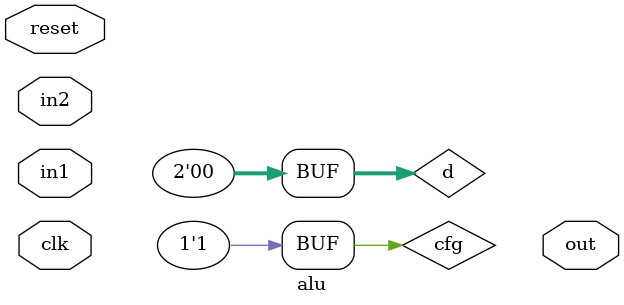
<source format=v>
module alu #(parameter WIDTH=32) (
  input wire clk,
  input wire reset,
  input wire [WIDTH-1:0] in1,
  input wire [WIDTH-1:0] in2,
  output wire [WIDTH-1:0] out
);

  // Configuration
  wire cfg = 1'b1;
  wire [1:0] d = 2'b00;

  wire [1:0] qn;
  wire [1:0] qw;
  wire [1:0] qs;
  wire [1:0] qe;
  dffare #(2) cnorth (clk, reset, cfg, dn, qn);
  dffare #(2) cwest (clk, reset, cfg, dw, qw);
  dffare #(2) csouth (clk, reset, cfg, ds, qs);
  dffare #(2) ceast (clk, reset, cfg, de, qe);

  // Datapath
  mux41 n(qn, inorth, iwest, isouth, ieast, onorth);
  mux41 w(qw, inorth, iwest, isouth, ieast, owest);
  mux41 s(qs, inorth, iwest, isouth, ieast, osouth);
  mux41 e(qe, inorth, iwest, isouth, ieast, oeast);
endmodule

</source>
